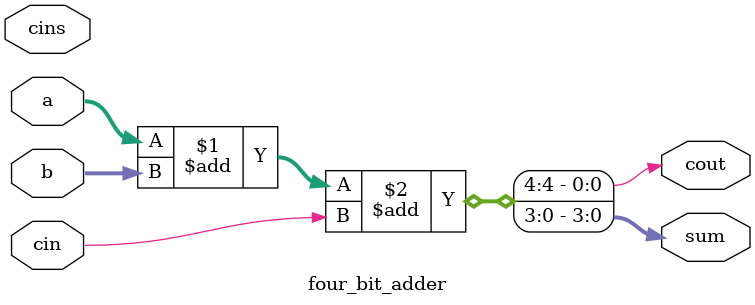
<source format=sv>

module four_bit_adder (
  input logic [3:0] a,      // 4-bit input A
  input logic [3:0] b,      // 4-bit input B
  input logic cin,          // Carry-in
  inout wire cins,          // Carry-in
  output logic [3:0] sum,   // 4-bit Sum output
  output logic cout         // Carry-out
);
logic [2:0] empty;
 

assign {cout, sum} = a + b + cin;
 

endmodule
</source>
